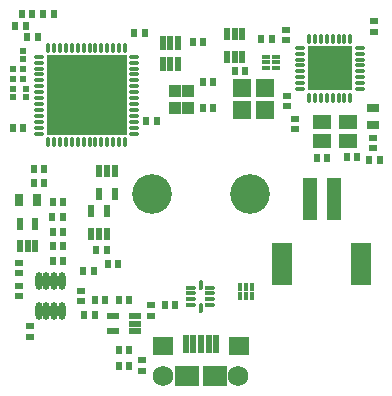
<source format=gts>
%FSLAX24Y24*%
%MOIN*%
G70*
G01*
G75*
G04 Layer_Color=8388736*
%ADD10C,0.0177*%
%ADD11C,0.0100*%
%ADD12O,0.0295X0.0079*%
%ADD13R,0.0157X0.0236*%
%ADD14R,0.0217X0.0098*%
%ADD15O,0.0315X0.0079*%
%ADD16R,0.0236X0.0157*%
%ADD17R,0.0354X0.0197*%
%ADD18R,0.0157X0.0335*%
%ADD19O,0.0177X0.0532*%
%ADD20R,0.0118X0.0209*%
%ADD21R,0.0118X0.0193*%
%ADD22O,0.0098X0.0276*%
%ADD23O,0.0276X0.0098*%
%ADD24R,0.0335X0.0157*%
%ADD25R,0.0157X0.0532*%
%ADD26R,0.0748X0.0630*%
%ADD27R,0.0630X0.0551*%
%ADD28O,0.0079X0.0315*%
%ADD29R,0.2598X0.2598*%
%ADD30R,0.0138X0.0394*%
%ADD31R,0.0343X0.0343*%
%ADD32R,0.1417X0.1417*%
%ADD33O,0.0079X0.0295*%
%ADD34R,0.0335X0.0374*%
%ADD35R,0.0551X0.0453*%
%ADD36R,0.0197X0.0354*%
%ADD37R,0.0591X0.1339*%
%ADD38R,0.0394X0.1378*%
%ADD39R,0.0138X0.0157*%
%ADD40R,0.0177X0.0177*%
%ADD41C,0.0200*%
%ADD42C,0.0080*%
%ADD43C,0.1260*%
%ADD44C,0.0630*%
%ADD45C,0.0260*%
%ADD46C,0.0290*%
%ADD47C,0.0240*%
%ADD48C,0.0300*%
%ADD49C,0.0340*%
%ADD50R,0.0098X0.0138*%
%ADD51R,0.0187X0.0098*%
%ADD52R,0.0591X0.0236*%
%ADD53O,0.0098X0.0315*%
%ADD54O,0.0315X0.0098*%
%ADD55R,0.1299X0.1299*%
%ADD56R,0.0197X0.0315*%
%ADD57R,0.0394X0.0217*%
%ADD58R,0.0512X0.0217*%
%ADD59R,0.0354X0.0276*%
%ADD60R,0.2362X0.1890*%
%ADD61O,0.0315X0.0157*%
%ADD62C,0.0098*%
%ADD63C,0.0039*%
%ADD64C,0.0079*%
%ADD65C,0.0047*%
%ADD66C,0.0050*%
%ADD67C,0.0040*%
%ADD68R,0.0148X0.0177*%
%ADD69O,0.0355X0.0139*%
%ADD70R,0.0217X0.0296*%
%ADD71R,0.0277X0.0158*%
%ADD72O,0.0375X0.0139*%
%ADD73R,0.0296X0.0217*%
%ADD74R,0.0414X0.0257*%
%ADD75R,0.0217X0.0395*%
%ADD76O,0.0237X0.0592*%
%ADD77R,0.0178X0.0269*%
%ADD78R,0.0178X0.0253*%
%ADD79O,0.0158X0.0336*%
%ADD80O,0.0336X0.0158*%
%ADD81R,0.0395X0.0217*%
%ADD82R,0.0236X0.0610*%
%ADD83R,0.0827X0.0709*%
%ADD84R,0.0709X0.0630*%
%ADD85O,0.0139X0.0375*%
%ADD86R,0.2658X0.2658*%
%ADD87R,0.0198X0.0454*%
%ADD88R,0.0606X0.0606*%
%ADD89R,0.1477X0.1477*%
%ADD90O,0.0139X0.0355*%
%ADD91R,0.0395X0.0434*%
%ADD92R,0.0611X0.0513*%
%ADD93R,0.0257X0.0414*%
%ADD94R,0.0651X0.1399*%
%ADD95R,0.0454X0.1438*%
%ADD96R,0.0198X0.0217*%
%ADD97R,0.0237X0.0237*%
%ADD98C,0.1320*%
%ADD99C,0.0690*%
D69*
X3299Y3885D02*
D03*
Y4082D02*
D03*
Y3491D02*
D03*
Y3688D02*
D03*
Y4278D02*
D03*
Y4475D02*
D03*
Y4672D02*
D03*
Y4869D02*
D03*
X5287D02*
D03*
Y4672D02*
D03*
Y4475D02*
D03*
Y4278D02*
D03*
Y4082D02*
D03*
Y3885D02*
D03*
Y3688D02*
D03*
Y3491D02*
D03*
D70*
X2357Y5170D02*
D03*
X2003D02*
D03*
X1123Y4110D02*
D03*
X1477D02*
D03*
X77Y5050D02*
D03*
X-277D02*
D03*
X-5977Y5980D02*
D03*
X-5623D02*
D03*
X-6197Y5580D02*
D03*
X-5843D02*
D03*
X-5923Y2200D02*
D03*
X-6277D02*
D03*
X-2747Y-5750D02*
D03*
X-2393D02*
D03*
X-2747Y-5190D02*
D03*
X-2393D02*
D03*
X5603Y1120D02*
D03*
X5957D02*
D03*
X-3491Y-1860D02*
D03*
X-3137D02*
D03*
X-2753Y-2350D02*
D03*
X-3107D02*
D03*
X-4603Y-760D02*
D03*
X-4957D02*
D03*
X-4947Y-1279D02*
D03*
X-4593D02*
D03*
X-4937Y-1750D02*
D03*
X-4583D02*
D03*
X-3573Y-2570D02*
D03*
X-3927D02*
D03*
X-4583Y-2250D02*
D03*
X-4937D02*
D03*
X-3891Y-4050D02*
D03*
X-3537D02*
D03*
X-2737Y-3540D02*
D03*
X-2383D02*
D03*
X-1207Y-3715D02*
D03*
X-853D02*
D03*
X-3537Y-3540D02*
D03*
X-3183D02*
D03*
X63Y2850D02*
D03*
X417D02*
D03*
Y3730D02*
D03*
X63D02*
D03*
X-4593Y-270D02*
D03*
X-4947D02*
D03*
X-5223Y840D02*
D03*
X-5577D02*
D03*
X-5223Y350D02*
D03*
X-5577D02*
D03*
X-5797Y5240D02*
D03*
X-5443D02*
D03*
X-4913Y6000D02*
D03*
X-5267D02*
D03*
X-1873Y5350D02*
D03*
X-2227D02*
D03*
X-1463Y2440D02*
D03*
X-1817D02*
D03*
X4853Y1220D02*
D03*
X5207D02*
D03*
X4207Y1200D02*
D03*
X3853D02*
D03*
D71*
X2517Y4577D02*
D03*
Y4380D02*
D03*
Y4183D02*
D03*
X2183D02*
D03*
Y4380D02*
D03*
Y4577D02*
D03*
D72*
X-2235Y3585D02*
D03*
Y3782D02*
D03*
X-5385Y4570D02*
D03*
Y4373D02*
D03*
Y4176D02*
D03*
Y3979D02*
D03*
Y3782D02*
D03*
Y3585D02*
D03*
Y3388D02*
D03*
Y3192D02*
D03*
Y2995D02*
D03*
Y2798D02*
D03*
Y2601D02*
D03*
Y2404D02*
D03*
Y2207D02*
D03*
Y2010D02*
D03*
X-2235D02*
D03*
Y2207D02*
D03*
Y2404D02*
D03*
Y2601D02*
D03*
Y2798D02*
D03*
Y2995D02*
D03*
Y3192D02*
D03*
Y3388D02*
D03*
Y3979D02*
D03*
Y4176D02*
D03*
Y4373D02*
D03*
Y4570D02*
D03*
D73*
X2850Y5467D02*
D03*
Y5113D02*
D03*
X-5710Y-4767D02*
D03*
Y-4413D02*
D03*
X-6060Y-2647D02*
D03*
Y-2293D02*
D03*
Y-3066D02*
D03*
Y-3420D02*
D03*
X-3990Y-3233D02*
D03*
Y-3587D02*
D03*
X-1660Y-4070D02*
D03*
Y-3715D02*
D03*
X5760Y5747D02*
D03*
Y5393D02*
D03*
X3130Y2153D02*
D03*
Y2507D02*
D03*
X2870Y2923D02*
D03*
Y3277D02*
D03*
X5750Y1867D02*
D03*
Y1513D02*
D03*
X-1960Y-5540D02*
D03*
Y-5894D02*
D03*
D74*
X5750Y2285D02*
D03*
Y2875D02*
D03*
D75*
X-3649Y-576D02*
D03*
X-3137D02*
D03*
Y-1324D02*
D03*
X-3393D02*
D03*
X-3649D02*
D03*
X-6026Y-1002D02*
D03*
X-5514D02*
D03*
Y-1750D02*
D03*
X-5770D02*
D03*
X-6026D02*
D03*
X-2874Y6D02*
D03*
X-3386D02*
D03*
Y754D02*
D03*
X-3130D02*
D03*
X-2874D02*
D03*
X1376Y4576D02*
D03*
X864D02*
D03*
Y5324D02*
D03*
X1120D02*
D03*
X1376D02*
D03*
X1120Y4576D02*
D03*
D76*
X-5404Y-3902D02*
D03*
X-5148D02*
D03*
X-4892D02*
D03*
X-4636D02*
D03*
X-5404Y-2918D02*
D03*
X-5148D02*
D03*
X-4892D02*
D03*
X-4636D02*
D03*
D77*
X1303Y-3400D02*
D03*
D78*
X1500Y-3408D02*
D03*
X1697D02*
D03*
Y-3112D02*
D03*
X1500D02*
D03*
X1303D02*
D03*
D79*
X0Y-3814D02*
D03*
Y-3026D02*
D03*
D80*
X-315Y-3715D02*
D03*
Y-3518D02*
D03*
Y-3322D02*
D03*
Y-3125D02*
D03*
X315D02*
D03*
Y-3322D02*
D03*
Y-3518D02*
D03*
Y-3715D02*
D03*
D81*
X-2934Y-4581D02*
D03*
Y-4070D02*
D03*
X-2186D02*
D03*
Y-4326D02*
D03*
Y-4581D02*
D03*
D82*
X-512Y-5017D02*
D03*
X-256D02*
D03*
X512D02*
D03*
X256D02*
D03*
X0D02*
D03*
D83*
X472Y-6070D02*
D03*
X-472D02*
D03*
D84*
X1260Y-5086D02*
D03*
X-1260D02*
D03*
D85*
X-5090Y1715D02*
D03*
X-4893D02*
D03*
X-4696D02*
D03*
X-4499D02*
D03*
X-4302D02*
D03*
X-4105D02*
D03*
X-3908D02*
D03*
X-3712D02*
D03*
X-3515D02*
D03*
X-3318D02*
D03*
X-3121D02*
D03*
X-2924D02*
D03*
X-2727D02*
D03*
X-2530D02*
D03*
Y4865D02*
D03*
X-2727D02*
D03*
X-2924D02*
D03*
X-3121D02*
D03*
X-3318D02*
D03*
X-3515D02*
D03*
X-3712D02*
D03*
X-3908D02*
D03*
X-4105D02*
D03*
X-4302D02*
D03*
X-4499D02*
D03*
X-4696D02*
D03*
X-4893D02*
D03*
X-5090D02*
D03*
D86*
X-3810Y3290D02*
D03*
D87*
X-764Y4336D02*
D03*
X-1020D02*
D03*
X-1276D02*
D03*
X-1276Y5044D02*
D03*
X-1020D02*
D03*
X-764D02*
D03*
D88*
X2122Y3542D02*
D03*
Y2778D02*
D03*
X1358D02*
D03*
Y3542D02*
D03*
D89*
X4293Y4180D02*
D03*
D90*
X4982Y3186D02*
D03*
X4785D02*
D03*
X4588D02*
D03*
X4392D02*
D03*
X4195D02*
D03*
X3998D02*
D03*
X3801D02*
D03*
X3604D02*
D03*
Y5174D02*
D03*
X3801D02*
D03*
X3998D02*
D03*
X4195D02*
D03*
X4392D02*
D03*
X4588D02*
D03*
X4785D02*
D03*
X4982D02*
D03*
D91*
X-424Y3415D02*
D03*
Y2845D02*
D03*
X-876D02*
D03*
Y3415D02*
D03*
D92*
X4913Y2395D02*
D03*
X4047D02*
D03*
Y1765D02*
D03*
X4913D02*
D03*
D93*
X-5475Y-190D02*
D03*
X-6065D02*
D03*
D94*
X5349Y-2345D02*
D03*
X2711D02*
D03*
D95*
X4424Y-160D02*
D03*
X3636D02*
D03*
D96*
X-6270Y3508D02*
D03*
Y3232D02*
D03*
X-5840Y3508D02*
D03*
Y3232D02*
D03*
X-5930Y4482D02*
D03*
Y4758D02*
D03*
D97*
X-6267Y4167D02*
D03*
X-5933D02*
D03*
X-6267Y3833D02*
D03*
X-5933D02*
D03*
D98*
X1634Y0D02*
D03*
X-1634D02*
D03*
D99*
X1250Y-6070D02*
D03*
X-1250D02*
D03*
M02*

</source>
